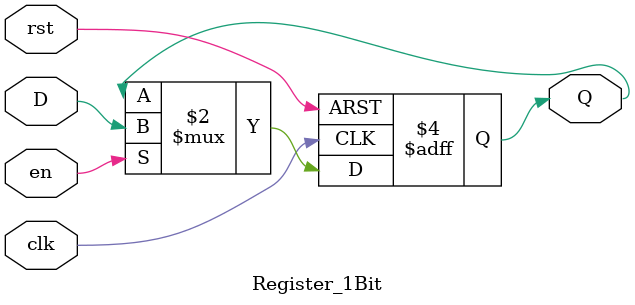
<source format=v>
/*D-ff*/
`timescale 1ns / 1ps  //timescale directive: Specifies the time unit (1ns) and precision (1ps) for delays and simulation time.

module Register_1Bit(input clk , input rst , input en , input D , output reg Q) ;

    always @(posedge clk or posedge rst) 
	begin
        if (rst)
            Q <= 1'b0 ;  //Reset to 0 when reset is asserted
        else if (en)
            Q <= D ;  //Update q to d on clock edge		
    end

endmodule
</source>
